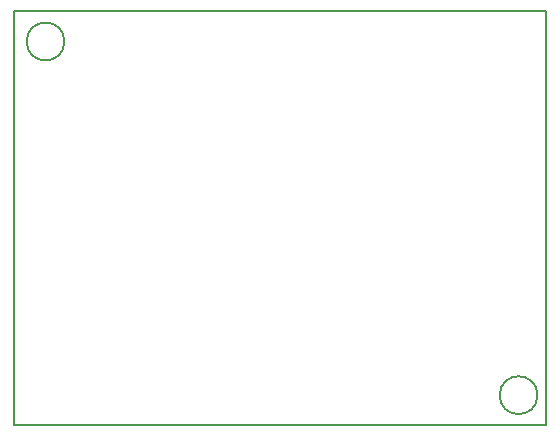
<source format=gm1>
G04 #@! TF.GenerationSoftware,KiCad,Pcbnew,5.0.0*
G04 #@! TF.CreationDate,2018-09-22T16:21:52+03:00*
G04 #@! TF.ProjectId,hamster-attiny85,68616D737465722D617474696E793835,rev?*
G04 #@! TF.SameCoordinates,Original*
G04 #@! TF.FileFunction,Profile,NP*
%FSLAX46Y46*%
G04 Gerber Fmt 4.6, Leading zero omitted, Abs format (unit mm)*
G04 Created by KiCad (PCBNEW 5.0.0) date Sat Sep 22 16:21:52 2018*
%MOMM*%
%LPD*%
G01*
G04 APERTURE LIST*
%ADD10C,0.150000*%
G04 APERTURE END LIST*
D10*
X145450000Y-117850000D02*
G75*
G03X145450000Y-117850000I-1600000J0D01*
G01*
X105400000Y-87900000D02*
G75*
G03X105400000Y-87900000I-1600000J0D01*
G01*
X146150000Y-120350000D02*
X101150000Y-120350000D01*
X146150000Y-85350000D02*
X146150000Y-120350000D01*
X101150000Y-85350000D02*
X146150000Y-85350000D01*
X101150000Y-120350000D02*
X101150000Y-85350000D01*
M02*

</source>
